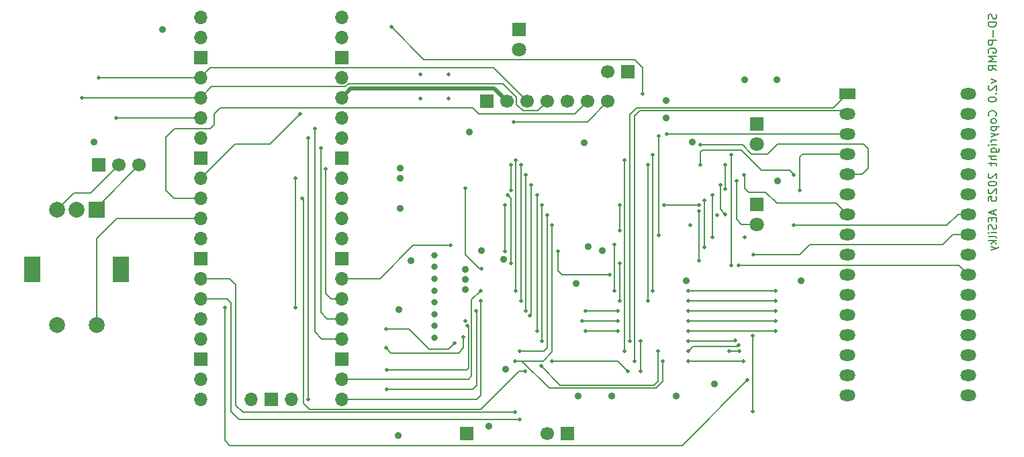
<source format=gbr>
%TF.GenerationSoftware,KiCad,Pcbnew,9.0.6*%
%TF.CreationDate,2025-11-05T23:56:09-08:00*%
%TF.ProjectId,SD-PGMR,53442d50-474d-4522-9e6b-696361645f70,v2.0*%
%TF.SameCoordinates,Original*%
%TF.FileFunction,Copper,L4,Bot*%
%TF.FilePolarity,Positive*%
%FSLAX46Y46*%
G04 Gerber Fmt 4.6, Leading zero omitted, Abs format (unit mm)*
G04 Created by KiCad (PCBNEW 9.0.6) date 2025-11-05 23:56:09*
%MOMM*%
%LPD*%
G01*
G04 APERTURE LIST*
%ADD10C,0.127000*%
%TA.AperFunction,NonConductor*%
%ADD11C,0.127000*%
%TD*%
%TA.AperFunction,ComponentPad*%
%ADD12R,1.800000X1.800000*%
%TD*%
%TA.AperFunction,ComponentPad*%
%ADD13C,1.800000*%
%TD*%
%TA.AperFunction,ComponentPad*%
%ADD14R,2.000000X1.440000*%
%TD*%
%TA.AperFunction,ComponentPad*%
%ADD15O,2.000000X1.440000*%
%TD*%
%TA.AperFunction,ComponentPad*%
%ADD16R,1.700000X1.700000*%
%TD*%
%TA.AperFunction,ComponentPad*%
%ADD17C,1.700000*%
%TD*%
%TA.AperFunction,ComponentPad*%
%ADD18O,1.700000X1.700000*%
%TD*%
%TA.AperFunction,ComponentPad*%
%ADD19R,2.000000X2.000000*%
%TD*%
%TA.AperFunction,ComponentPad*%
%ADD20C,2.000000*%
%TD*%
%TA.AperFunction,ComponentPad*%
%ADD21R,2.000000X3.200000*%
%TD*%
%TA.AperFunction,ComponentPad*%
%ADD22C,0.800000*%
%TD*%
%TA.AperFunction,ViaPad*%
%ADD23C,0.889000*%
%TD*%
%TA.AperFunction,ViaPad*%
%ADD24C,0.508000*%
%TD*%
%TA.AperFunction,Conductor*%
%ADD25C,0.190500*%
%TD*%
%TA.AperFunction,Conductor*%
%ADD26C,0.508000*%
%TD*%
G04 APERTURE END LIST*
D10*
D11*
X201623676Y-79144075D02*
X201672056Y-79289218D01*
X201672056Y-79289218D02*
X201672056Y-79531123D01*
X201672056Y-79531123D02*
X201623676Y-79627885D01*
X201623676Y-79627885D02*
X201575295Y-79676266D01*
X201575295Y-79676266D02*
X201478533Y-79724647D01*
X201478533Y-79724647D02*
X201381771Y-79724647D01*
X201381771Y-79724647D02*
X201285009Y-79676266D01*
X201285009Y-79676266D02*
X201236628Y-79627885D01*
X201236628Y-79627885D02*
X201188247Y-79531123D01*
X201188247Y-79531123D02*
X201139866Y-79337599D01*
X201139866Y-79337599D02*
X201091485Y-79240837D01*
X201091485Y-79240837D02*
X201043104Y-79192456D01*
X201043104Y-79192456D02*
X200946342Y-79144075D01*
X200946342Y-79144075D02*
X200849580Y-79144075D01*
X200849580Y-79144075D02*
X200752818Y-79192456D01*
X200752818Y-79192456D02*
X200704437Y-79240837D01*
X200704437Y-79240837D02*
X200656056Y-79337599D01*
X200656056Y-79337599D02*
X200656056Y-79579504D01*
X200656056Y-79579504D02*
X200704437Y-79724647D01*
X201672056Y-80160075D02*
X200656056Y-80160075D01*
X200656056Y-80160075D02*
X200656056Y-80401980D01*
X200656056Y-80401980D02*
X200704437Y-80547123D01*
X200704437Y-80547123D02*
X200801199Y-80643885D01*
X200801199Y-80643885D02*
X200897961Y-80692266D01*
X200897961Y-80692266D02*
X201091485Y-80740647D01*
X201091485Y-80740647D02*
X201236628Y-80740647D01*
X201236628Y-80740647D02*
X201430152Y-80692266D01*
X201430152Y-80692266D02*
X201526914Y-80643885D01*
X201526914Y-80643885D02*
X201623676Y-80547123D01*
X201623676Y-80547123D02*
X201672056Y-80401980D01*
X201672056Y-80401980D02*
X201672056Y-80160075D01*
X201285009Y-81176075D02*
X201285009Y-81950171D01*
X201672056Y-82433980D02*
X200656056Y-82433980D01*
X200656056Y-82433980D02*
X200656056Y-82821028D01*
X200656056Y-82821028D02*
X200704437Y-82917790D01*
X200704437Y-82917790D02*
X200752818Y-82966171D01*
X200752818Y-82966171D02*
X200849580Y-83014552D01*
X200849580Y-83014552D02*
X200994723Y-83014552D01*
X200994723Y-83014552D02*
X201091485Y-82966171D01*
X201091485Y-82966171D02*
X201139866Y-82917790D01*
X201139866Y-82917790D02*
X201188247Y-82821028D01*
X201188247Y-82821028D02*
X201188247Y-82433980D01*
X200704437Y-83982171D02*
X200656056Y-83885409D01*
X200656056Y-83885409D02*
X200656056Y-83740266D01*
X200656056Y-83740266D02*
X200704437Y-83595123D01*
X200704437Y-83595123D02*
X200801199Y-83498361D01*
X200801199Y-83498361D02*
X200897961Y-83449980D01*
X200897961Y-83449980D02*
X201091485Y-83401599D01*
X201091485Y-83401599D02*
X201236628Y-83401599D01*
X201236628Y-83401599D02*
X201430152Y-83449980D01*
X201430152Y-83449980D02*
X201526914Y-83498361D01*
X201526914Y-83498361D02*
X201623676Y-83595123D01*
X201623676Y-83595123D02*
X201672056Y-83740266D01*
X201672056Y-83740266D02*
X201672056Y-83837028D01*
X201672056Y-83837028D02*
X201623676Y-83982171D01*
X201623676Y-83982171D02*
X201575295Y-84030552D01*
X201575295Y-84030552D02*
X201236628Y-84030552D01*
X201236628Y-84030552D02*
X201236628Y-83837028D01*
X201672056Y-84465980D02*
X200656056Y-84465980D01*
X200656056Y-84465980D02*
X201381771Y-84804647D01*
X201381771Y-84804647D02*
X200656056Y-85143314D01*
X200656056Y-85143314D02*
X201672056Y-85143314D01*
X201672056Y-86207695D02*
X201188247Y-85869028D01*
X201672056Y-85627123D02*
X200656056Y-85627123D01*
X200656056Y-85627123D02*
X200656056Y-86014171D01*
X200656056Y-86014171D02*
X200704437Y-86110933D01*
X200704437Y-86110933D02*
X200752818Y-86159314D01*
X200752818Y-86159314D02*
X200849580Y-86207695D01*
X200849580Y-86207695D02*
X200994723Y-86207695D01*
X200994723Y-86207695D02*
X201091485Y-86159314D01*
X201091485Y-86159314D02*
X201139866Y-86110933D01*
X201139866Y-86110933D02*
X201188247Y-86014171D01*
X201188247Y-86014171D02*
X201188247Y-85627123D01*
X200994723Y-87320456D02*
X201672056Y-87562361D01*
X201672056Y-87562361D02*
X200994723Y-87804266D01*
X200752818Y-88142932D02*
X200704437Y-88191313D01*
X200704437Y-88191313D02*
X200656056Y-88288075D01*
X200656056Y-88288075D02*
X200656056Y-88529980D01*
X200656056Y-88529980D02*
X200704437Y-88626742D01*
X200704437Y-88626742D02*
X200752818Y-88675123D01*
X200752818Y-88675123D02*
X200849580Y-88723504D01*
X200849580Y-88723504D02*
X200946342Y-88723504D01*
X200946342Y-88723504D02*
X201091485Y-88675123D01*
X201091485Y-88675123D02*
X201672056Y-88094551D01*
X201672056Y-88094551D02*
X201672056Y-88723504D01*
X201575295Y-89158932D02*
X201623676Y-89207313D01*
X201623676Y-89207313D02*
X201672056Y-89158932D01*
X201672056Y-89158932D02*
X201623676Y-89110551D01*
X201623676Y-89110551D02*
X201575295Y-89158932D01*
X201575295Y-89158932D02*
X201672056Y-89158932D01*
X200656056Y-89836266D02*
X200656056Y-89933028D01*
X200656056Y-89933028D02*
X200704437Y-90029790D01*
X200704437Y-90029790D02*
X200752818Y-90078171D01*
X200752818Y-90078171D02*
X200849580Y-90126552D01*
X200849580Y-90126552D02*
X201043104Y-90174933D01*
X201043104Y-90174933D02*
X201285009Y-90174933D01*
X201285009Y-90174933D02*
X201478533Y-90126552D01*
X201478533Y-90126552D02*
X201575295Y-90078171D01*
X201575295Y-90078171D02*
X201623676Y-90029790D01*
X201623676Y-90029790D02*
X201672056Y-89933028D01*
X201672056Y-89933028D02*
X201672056Y-89836266D01*
X201672056Y-89836266D02*
X201623676Y-89739504D01*
X201623676Y-89739504D02*
X201575295Y-89691123D01*
X201575295Y-89691123D02*
X201478533Y-89642742D01*
X201478533Y-89642742D02*
X201285009Y-89594361D01*
X201285009Y-89594361D02*
X201043104Y-89594361D01*
X201043104Y-89594361D02*
X200849580Y-89642742D01*
X200849580Y-89642742D02*
X200752818Y-89691123D01*
X200752818Y-89691123D02*
X200704437Y-89739504D01*
X200704437Y-89739504D02*
X200656056Y-89836266D01*
X201575295Y-91965028D02*
X201623676Y-91916647D01*
X201623676Y-91916647D02*
X201672056Y-91771504D01*
X201672056Y-91771504D02*
X201672056Y-91674742D01*
X201672056Y-91674742D02*
X201623676Y-91529599D01*
X201623676Y-91529599D02*
X201526914Y-91432837D01*
X201526914Y-91432837D02*
X201430152Y-91384456D01*
X201430152Y-91384456D02*
X201236628Y-91336075D01*
X201236628Y-91336075D02*
X201091485Y-91336075D01*
X201091485Y-91336075D02*
X200897961Y-91384456D01*
X200897961Y-91384456D02*
X200801199Y-91432837D01*
X200801199Y-91432837D02*
X200704437Y-91529599D01*
X200704437Y-91529599D02*
X200656056Y-91674742D01*
X200656056Y-91674742D02*
X200656056Y-91771504D01*
X200656056Y-91771504D02*
X200704437Y-91916647D01*
X200704437Y-91916647D02*
X200752818Y-91965028D01*
X201672056Y-92545599D02*
X201623676Y-92448837D01*
X201623676Y-92448837D02*
X201575295Y-92400456D01*
X201575295Y-92400456D02*
X201478533Y-92352075D01*
X201478533Y-92352075D02*
X201188247Y-92352075D01*
X201188247Y-92352075D02*
X201091485Y-92400456D01*
X201091485Y-92400456D02*
X201043104Y-92448837D01*
X201043104Y-92448837D02*
X200994723Y-92545599D01*
X200994723Y-92545599D02*
X200994723Y-92690742D01*
X200994723Y-92690742D02*
X201043104Y-92787504D01*
X201043104Y-92787504D02*
X201091485Y-92835885D01*
X201091485Y-92835885D02*
X201188247Y-92884266D01*
X201188247Y-92884266D02*
X201478533Y-92884266D01*
X201478533Y-92884266D02*
X201575295Y-92835885D01*
X201575295Y-92835885D02*
X201623676Y-92787504D01*
X201623676Y-92787504D02*
X201672056Y-92690742D01*
X201672056Y-92690742D02*
X201672056Y-92545599D01*
X200994723Y-93319694D02*
X202010723Y-93319694D01*
X201043104Y-93319694D02*
X200994723Y-93416456D01*
X200994723Y-93416456D02*
X200994723Y-93609980D01*
X200994723Y-93609980D02*
X201043104Y-93706742D01*
X201043104Y-93706742D02*
X201091485Y-93755123D01*
X201091485Y-93755123D02*
X201188247Y-93803504D01*
X201188247Y-93803504D02*
X201478533Y-93803504D01*
X201478533Y-93803504D02*
X201575295Y-93755123D01*
X201575295Y-93755123D02*
X201623676Y-93706742D01*
X201623676Y-93706742D02*
X201672056Y-93609980D01*
X201672056Y-93609980D02*
X201672056Y-93416456D01*
X201672056Y-93416456D02*
X201623676Y-93319694D01*
X200994723Y-94142170D02*
X201672056Y-94384075D01*
X200994723Y-94625980D02*
X201672056Y-94384075D01*
X201672056Y-94384075D02*
X201913961Y-94287313D01*
X201913961Y-94287313D02*
X201962342Y-94238932D01*
X201962342Y-94238932D02*
X202010723Y-94142170D01*
X201672056Y-95013027D02*
X200994723Y-95013027D01*
X201188247Y-95013027D02*
X201091485Y-95061408D01*
X201091485Y-95061408D02*
X201043104Y-95109789D01*
X201043104Y-95109789D02*
X200994723Y-95206551D01*
X200994723Y-95206551D02*
X200994723Y-95303313D01*
X201672056Y-95641979D02*
X200994723Y-95641979D01*
X200656056Y-95641979D02*
X200704437Y-95593598D01*
X200704437Y-95593598D02*
X200752818Y-95641979D01*
X200752818Y-95641979D02*
X200704437Y-95690360D01*
X200704437Y-95690360D02*
X200656056Y-95641979D01*
X200656056Y-95641979D02*
X200752818Y-95641979D01*
X200994723Y-96561218D02*
X201817199Y-96561218D01*
X201817199Y-96561218D02*
X201913961Y-96512837D01*
X201913961Y-96512837D02*
X201962342Y-96464456D01*
X201962342Y-96464456D02*
X202010723Y-96367694D01*
X202010723Y-96367694D02*
X202010723Y-96222551D01*
X202010723Y-96222551D02*
X201962342Y-96125789D01*
X201623676Y-96561218D02*
X201672056Y-96464456D01*
X201672056Y-96464456D02*
X201672056Y-96270932D01*
X201672056Y-96270932D02*
X201623676Y-96174170D01*
X201623676Y-96174170D02*
X201575295Y-96125789D01*
X201575295Y-96125789D02*
X201478533Y-96077408D01*
X201478533Y-96077408D02*
X201188247Y-96077408D01*
X201188247Y-96077408D02*
X201091485Y-96125789D01*
X201091485Y-96125789D02*
X201043104Y-96174170D01*
X201043104Y-96174170D02*
X200994723Y-96270932D01*
X200994723Y-96270932D02*
X200994723Y-96464456D01*
X200994723Y-96464456D02*
X201043104Y-96561218D01*
X201672056Y-97045027D02*
X200656056Y-97045027D01*
X201672056Y-97480456D02*
X201139866Y-97480456D01*
X201139866Y-97480456D02*
X201043104Y-97432075D01*
X201043104Y-97432075D02*
X200994723Y-97335313D01*
X200994723Y-97335313D02*
X200994723Y-97190170D01*
X200994723Y-97190170D02*
X201043104Y-97093408D01*
X201043104Y-97093408D02*
X201091485Y-97045027D01*
X200994723Y-97819122D02*
X200994723Y-98206170D01*
X200656056Y-97964265D02*
X201526914Y-97964265D01*
X201526914Y-97964265D02*
X201623676Y-98012646D01*
X201623676Y-98012646D02*
X201672056Y-98109408D01*
X201672056Y-98109408D02*
X201672056Y-98206170D01*
X200752818Y-99270550D02*
X200704437Y-99318931D01*
X200704437Y-99318931D02*
X200656056Y-99415693D01*
X200656056Y-99415693D02*
X200656056Y-99657598D01*
X200656056Y-99657598D02*
X200704437Y-99754360D01*
X200704437Y-99754360D02*
X200752818Y-99802741D01*
X200752818Y-99802741D02*
X200849580Y-99851122D01*
X200849580Y-99851122D02*
X200946342Y-99851122D01*
X200946342Y-99851122D02*
X201091485Y-99802741D01*
X201091485Y-99802741D02*
X201672056Y-99222169D01*
X201672056Y-99222169D02*
X201672056Y-99851122D01*
X200656056Y-100480074D02*
X200656056Y-100576836D01*
X200656056Y-100576836D02*
X200704437Y-100673598D01*
X200704437Y-100673598D02*
X200752818Y-100721979D01*
X200752818Y-100721979D02*
X200849580Y-100770360D01*
X200849580Y-100770360D02*
X201043104Y-100818741D01*
X201043104Y-100818741D02*
X201285009Y-100818741D01*
X201285009Y-100818741D02*
X201478533Y-100770360D01*
X201478533Y-100770360D02*
X201575295Y-100721979D01*
X201575295Y-100721979D02*
X201623676Y-100673598D01*
X201623676Y-100673598D02*
X201672056Y-100576836D01*
X201672056Y-100576836D02*
X201672056Y-100480074D01*
X201672056Y-100480074D02*
X201623676Y-100383312D01*
X201623676Y-100383312D02*
X201575295Y-100334931D01*
X201575295Y-100334931D02*
X201478533Y-100286550D01*
X201478533Y-100286550D02*
X201285009Y-100238169D01*
X201285009Y-100238169D02*
X201043104Y-100238169D01*
X201043104Y-100238169D02*
X200849580Y-100286550D01*
X200849580Y-100286550D02*
X200752818Y-100334931D01*
X200752818Y-100334931D02*
X200704437Y-100383312D01*
X200704437Y-100383312D02*
X200656056Y-100480074D01*
X200752818Y-101205788D02*
X200704437Y-101254169D01*
X200704437Y-101254169D02*
X200656056Y-101350931D01*
X200656056Y-101350931D02*
X200656056Y-101592836D01*
X200656056Y-101592836D02*
X200704437Y-101689598D01*
X200704437Y-101689598D02*
X200752818Y-101737979D01*
X200752818Y-101737979D02*
X200849580Y-101786360D01*
X200849580Y-101786360D02*
X200946342Y-101786360D01*
X200946342Y-101786360D02*
X201091485Y-101737979D01*
X201091485Y-101737979D02*
X201672056Y-101157407D01*
X201672056Y-101157407D02*
X201672056Y-101786360D01*
X200656056Y-102705598D02*
X200656056Y-102221788D01*
X200656056Y-102221788D02*
X201139866Y-102173407D01*
X201139866Y-102173407D02*
X201091485Y-102221788D01*
X201091485Y-102221788D02*
X201043104Y-102318550D01*
X201043104Y-102318550D02*
X201043104Y-102560455D01*
X201043104Y-102560455D02*
X201091485Y-102657217D01*
X201091485Y-102657217D02*
X201139866Y-102705598D01*
X201139866Y-102705598D02*
X201236628Y-102753979D01*
X201236628Y-102753979D02*
X201478533Y-102753979D01*
X201478533Y-102753979D02*
X201575295Y-102705598D01*
X201575295Y-102705598D02*
X201623676Y-102657217D01*
X201623676Y-102657217D02*
X201672056Y-102560455D01*
X201672056Y-102560455D02*
X201672056Y-102318550D01*
X201672056Y-102318550D02*
X201623676Y-102221788D01*
X201623676Y-102221788D02*
X201575295Y-102173407D01*
X201381771Y-103915121D02*
X201381771Y-104398931D01*
X201672056Y-103818359D02*
X200656056Y-104157026D01*
X200656056Y-104157026D02*
X201672056Y-104495693D01*
X201139866Y-104834359D02*
X201139866Y-105173026D01*
X201672056Y-105318169D02*
X201672056Y-104834359D01*
X201672056Y-104834359D02*
X200656056Y-104834359D01*
X200656056Y-104834359D02*
X200656056Y-105318169D01*
X201623676Y-105705216D02*
X201672056Y-105850359D01*
X201672056Y-105850359D02*
X201672056Y-106092264D01*
X201672056Y-106092264D02*
X201623676Y-106189026D01*
X201623676Y-106189026D02*
X201575295Y-106237407D01*
X201575295Y-106237407D02*
X201478533Y-106285788D01*
X201478533Y-106285788D02*
X201381771Y-106285788D01*
X201381771Y-106285788D02*
X201285009Y-106237407D01*
X201285009Y-106237407D02*
X201236628Y-106189026D01*
X201236628Y-106189026D02*
X201188247Y-106092264D01*
X201188247Y-106092264D02*
X201139866Y-105898740D01*
X201139866Y-105898740D02*
X201091485Y-105801978D01*
X201091485Y-105801978D02*
X201043104Y-105753597D01*
X201043104Y-105753597D02*
X200946342Y-105705216D01*
X200946342Y-105705216D02*
X200849580Y-105705216D01*
X200849580Y-105705216D02*
X200752818Y-105753597D01*
X200752818Y-105753597D02*
X200704437Y-105801978D01*
X200704437Y-105801978D02*
X200656056Y-105898740D01*
X200656056Y-105898740D02*
X200656056Y-106140645D01*
X200656056Y-106140645D02*
X200704437Y-106285788D01*
X201672056Y-106721216D02*
X200994723Y-106721216D01*
X200656056Y-106721216D02*
X200704437Y-106672835D01*
X200704437Y-106672835D02*
X200752818Y-106721216D01*
X200752818Y-106721216D02*
X200704437Y-106769597D01*
X200704437Y-106769597D02*
X200656056Y-106721216D01*
X200656056Y-106721216D02*
X200752818Y-106721216D01*
X201672056Y-107350169D02*
X201623676Y-107253407D01*
X201623676Y-107253407D02*
X201526914Y-107205026D01*
X201526914Y-107205026D02*
X200656056Y-107205026D01*
X201672056Y-107737216D02*
X200656056Y-107737216D01*
X201285009Y-107833978D02*
X201672056Y-108124264D01*
X200994723Y-108124264D02*
X201381771Y-107737216D01*
X200994723Y-108462930D02*
X201672056Y-108704835D01*
X200994723Y-108946740D02*
X201672056Y-108704835D01*
X201672056Y-108704835D02*
X201913961Y-108608073D01*
X201913961Y-108608073D02*
X201962342Y-108559692D01*
X201962342Y-108559692D02*
X202010723Y-108462930D01*
D12*
%TO.P,LED2,1,K*%
%TO.N,Net-(LED2-K)*%
X171500800Y-92959000D03*
D13*
%TO.P,LED2,2,A*%
%TO.N,Net-(LED2-A)*%
X171500800Y-95499000D03*
%TD*%
D14*
%TO.P,U4,1,A18*%
%TO.N,/BA18*%
X182880000Y-89154000D03*
D15*
%TO.P,U4,2,A16*%
%TO.N,/BA16*%
X182880000Y-91694000D03*
%TO.P,U4,3,A15*%
%TO.N,/BA15*%
X182880000Y-94234000D03*
%TO.P,U4,4,A12*%
%TO.N,/BA12*%
X182880000Y-96774000D03*
%TO.P,U4,5,A7*%
%TO.N,/BA7*%
X182880000Y-99314000D03*
%TO.P,U4,6,A6*%
%TO.N,/BA6*%
X182880000Y-101854000D03*
%TO.P,U4,7,A5*%
%TO.N,/BA5*%
X182880000Y-104394000D03*
%TO.P,U4,8,A4*%
%TO.N,/BA4*%
X182880000Y-106934000D03*
%TO.P,U4,9,A3*%
%TO.N,/BA3*%
X182880000Y-109474000D03*
%TO.P,U4,10,A2*%
%TO.N,/BA2*%
X182880000Y-112014000D03*
%TO.P,U4,11,A1*%
%TO.N,/BA1*%
X182880000Y-114554000D03*
%TO.P,U4,12,A0*%
%TO.N,/BA0*%
X182880000Y-117094000D03*
%TO.P,U4,13,D0*%
%TO.N,/BD0*%
X182880000Y-119634000D03*
%TO.P,U4,14,D1*%
%TO.N,/BD1*%
X182880000Y-122174000D03*
%TO.P,U4,15,D2*%
%TO.N,/BD2*%
X182880000Y-124714000D03*
%TO.P,U4,16,GND*%
%TO.N,GND*%
X182880000Y-127254000D03*
%TO.P,U4,17,D3*%
%TO.N,/BD3*%
X198120000Y-127254000D03*
%TO.P,U4,18,D4*%
%TO.N,/BD4*%
X198120000Y-124714000D03*
%TO.P,U4,19,D5*%
%TO.N,/BD5*%
X198120000Y-122174000D03*
%TO.P,U4,20,D6*%
%TO.N,/BD6*%
X198120000Y-119634000D03*
%TO.P,U4,21,D7*%
%TO.N,/BD7*%
X198120000Y-117094000D03*
%TO.P,U4,22,CE*%
%TO.N,/F_SEL-*%
X198120000Y-114554000D03*
%TO.P,U4,23,A10*%
%TO.N,/BA10*%
X198120000Y-112014000D03*
%TO.P,U4,24,OE*%
%TO.N,/FRD-*%
X198120000Y-109474000D03*
%TO.P,U4,25,A11*%
%TO.N,/BA11*%
X198120000Y-106934000D03*
%TO.P,U4,26,A9*%
%TO.N,/BA9*%
X198120000Y-104394000D03*
%TO.P,U4,27,A8*%
%TO.N,/BA8*%
X198120000Y-101854000D03*
%TO.P,U4,28,A13*%
%TO.N,/BA13*%
X198120000Y-99314000D03*
%TO.P,U4,29,A14*%
%TO.N,/BA14*%
X198120000Y-96774000D03*
%TO.P,U4,30,A17*%
%TO.N,/BA17*%
X198120000Y-94234000D03*
%TO.P,U4,31,PGM*%
%TO.N,/FWR-*%
X198120000Y-91694000D03*
%TO.P,U4,32,VCC*%
%TO.N,+5DP*%
X198120000Y-89154000D03*
%TD*%
D16*
%TO.P,J1,1,Pin_1*%
%TO.N,GND*%
X137434000Y-90145000D03*
D17*
%TO.P,J1,2,Pin_2*%
%TO.N,+3.3V*%
X139974000Y-90145000D03*
%TO.P,J1,3,Pin_3*%
%TO.N,/SPICK*%
X142514000Y-90145000D03*
%TO.P,J1,4,Pin_4*%
%TO.N,/SPIMO*%
X145054000Y-90145000D03*
%TO.P,J1,5,Pin_5*%
%TO.N,/DISPRST-*%
X147594000Y-90145000D03*
%TO.P,J1,6,Pin_6*%
%TO.N,/DISP_CD*%
X150134000Y-90145000D03*
%TO.P,J1,7,Pin_7*%
%TO.N,/DISP_CS-*%
X152674000Y-90145000D03*
%TD*%
D12*
%TO.P,LED3,1,K*%
%TO.N,GND*%
X171450000Y-103119000D03*
D13*
%TO.P,LED3,2,A*%
%TO.N,Net-(LED3-A)*%
X171450000Y-105659000D03*
%TD*%
D18*
%TO.P,U1,1,GPIO0*%
%TO.N,/RE_A*%
X101346001Y-79502000D03*
%TO.P,U1,2,GPIO1*%
%TO.N,/RE_B*%
X101346001Y-82042000D03*
D16*
%TO.P,U1,3,GND*%
%TO.N,GND*%
X101346001Y-84582000D03*
D18*
%TO.P,U1,4,GPIO2*%
%TO.N,/SPICK*%
X101346001Y-87122000D03*
%TO.P,U1,5,GPIO3*%
%TO.N,/SPIMO*%
X101346001Y-89662000D03*
%TO.P,U1,6,GPIO4*%
%TO.N,/SPIMI*%
X101346001Y-92202000D03*
%TO.P,U1,7,GPIO5*%
%TO.N,/CARD_CS-*%
X101346001Y-94742000D03*
D16*
%TO.P,U1,8,GND*%
%TO.N,GND*%
X101346001Y-97282000D03*
D18*
%TO.P,U1,9,GPIO6*%
%TO.N,/DISP_CS-*%
X101346001Y-99822000D03*
%TO.P,U1,10,GPIO7*%
%TO.N,/DISP_CD*%
X101346001Y-102362000D03*
%TO.P,U1,11,GPIO8*%
%TO.N,/RE_SW-*%
X101346001Y-104902000D03*
%TO.P,U1,12,GPIO9*%
%TO.N,/FPWR_ON*%
X101346001Y-107442000D03*
D16*
%TO.P,U1,13,GND*%
%TO.N,GND*%
X101346001Y-109982000D03*
D18*
%TO.P,U1,14,GPIO10*%
%TO.N,/PD0*%
X101346001Y-112522000D03*
%TO.P,U1,15,GPIO11*%
%TO.N,/PD1*%
X101346001Y-115062000D03*
%TO.P,U1,16,GPIO12*%
%TO.N,/PD2*%
X101346001Y-117602000D03*
%TO.P,U1,17,GPIO13*%
%TO.N,/PD3*%
X101346001Y-120142000D03*
D16*
%TO.P,U1,18,GND*%
%TO.N,GND*%
X101346001Y-122682000D03*
D18*
%TO.P,U1,19,GPIO14*%
%TO.N,/PD4*%
X101346001Y-125222000D03*
%TO.P,U1,20,GPIO15*%
%TO.N,/PD5*%
X101346001Y-127762000D03*
%TO.P,U1,21,GPIO16*%
%TO.N,/PD6*%
X119126001Y-127762000D03*
%TO.P,U1,22,GPIO17*%
%TO.N,/PD7*%
X119126001Y-125222000D03*
D16*
%TO.P,U1,23,GND*%
%TO.N,GND*%
X119126001Y-122682000D03*
D18*
%TO.P,U1,24,GPIO18*%
%TO.N,/A0*%
X119126001Y-120142000D03*
%TO.P,U1,25,GPIO19*%
%TO.N,/A1*%
X119126001Y-117602000D03*
%TO.P,U1,26,GPIO20*%
%TO.N,/A2*%
X119126001Y-115062000D03*
%TO.P,U1,27,GPIO21*%
%TO.N,/DLATCH*%
X119126001Y-112522000D03*
D16*
%TO.P,U1,28,GND*%
%TO.N,GND*%
X119126001Y-109982000D03*
D18*
%TO.P,U1,29,GPIO22*%
%TO.N,/ATTN-*%
X119126001Y-107442000D03*
%TO.P,U1,30,RUN*%
%TO.N,/RESET-*%
X119126001Y-104902000D03*
%TO.P,U1,31,GPIO26_ADC0*%
%TO.N,/PRD-*%
X119126001Y-102362000D03*
%TO.P,U1,32,GPIO27_ADC1*%
%TO.N,/PWR-*%
X119126001Y-99822000D03*
D16*
%TO.P,U1,33,AGND*%
%TO.N,GND*%
X119126001Y-97282000D03*
D18*
%TO.P,U1,34,GPIO28_ADC2*%
%TO.N,/DPSENS*%
X119126001Y-94742000D03*
%TO.P,U1,35,ADC_VREF*%
%TO.N,unconnected-(U1-ADC_VREF-Pad35)_1*%
X119126001Y-92202000D03*
%TO.P,U1,36,3V3*%
%TO.N,+3.3V*%
X119126001Y-89662000D03*
%TO.P,U1,37,3V3_EN*%
%TO.N,unconnected-(U1-3V3_EN-Pad37)_1*%
X119126001Y-87122000D03*
D16*
%TO.P,U1,38,GND*%
%TO.N,GND*%
X119126001Y-84582000D03*
D18*
%TO.P,U1,39,VSYS*%
%TO.N,+5V*%
X119126001Y-82042000D03*
%TO.P,U1,40,VBUS*%
X119126001Y-79502000D03*
%TO.P,U1,D1,SWCLK*%
%TO.N,unconnected-(U1-SWCLK-PadD1)_1*%
X107700001Y-127802000D03*
D16*
%TO.P,U1,D2,GND*%
%TO.N,unconnected-(U1-GND-PadD2)_1*%
X110240001Y-127802000D03*
D18*
%TO.P,U1,D3,SWDIO*%
%TO.N,unconnected-(U1-SWDIO-PadD3)_1*%
X112780001Y-127802000D03*
%TD*%
D12*
%TO.P,LED1,1,K*%
%TO.N,GND*%
X141478000Y-81026000D03*
D13*
%TO.P,LED1,2,A*%
%TO.N,Net-(LED1-A)*%
X141478000Y-83566000D03*
%TD*%
D16*
%TO.P,J2,1,Pin_1*%
%TO.N,GND*%
X88519000Y-98171000D03*
D17*
%TO.P,J2,2,Pin_2*%
%TO.N,/RE_B*%
X91059000Y-98171000D03*
%TO.P,J2,3,Pin_3*%
%TO.N,/RE_A*%
X93599000Y-98171000D03*
%TD*%
D19*
%TO.P,RE1,A,A*%
%TO.N,/RE_A*%
X88225000Y-103875000D03*
D20*
%TO.P,RE1,B,B*%
%TO.N,/RE_B*%
X83225000Y-103875000D03*
%TO.P,RE1,C,C*%
%TO.N,GND*%
X85725000Y-103875000D03*
D21*
%TO.P,RE1,MP*%
%TO.N,N/C*%
X91325000Y-111375000D03*
X80125000Y-111375000D03*
D20*
%TO.P,RE1,S1,S1*%
%TO.N,GND*%
X83225000Y-118375000D03*
%TO.P,RE1,S2,S2*%
%TO.N,/RE_SW-*%
X88225000Y-118375000D03*
%TD*%
D16*
%TO.P,J4,1,Pin_1*%
%TO.N,GND*%
X147579000Y-132080000D03*
D17*
%TO.P,J4,2,Pin_2*%
%TO.N,Net-(J4-Pin_2)*%
X145039000Y-132080000D03*
%TD*%
D22*
%TO.P,U3,CT,VS*%
%TO.N,+5V*%
X130810000Y-112546000D03*
X130810000Y-114046000D03*
X130810278Y-118518449D03*
X130810278Y-120018449D03*
X130811287Y-109564011D03*
X130811287Y-111064011D03*
X130812295Y-115541408D03*
X130812295Y-117041408D03*
%TD*%
D16*
%TO.P,J3,1,Pin_1*%
%TO.N,GND*%
X155199000Y-86360000D03*
D17*
%TO.P,J3,2,Pin_2*%
%TO.N,+3.3V*%
X152659000Y-86360000D03*
%TD*%
D16*
%TO.P,J5,1,Pin_1*%
%TO.N,/DPSENS*%
X134874000Y-132096000D03*
%TD*%
D23*
%TO.N,GND*%
X126492000Y-103632000D03*
X162560000Y-112776000D03*
X148717000Y-113157000D03*
X161290000Y-127381000D03*
X126492000Y-98552000D03*
X149733000Y-95377000D03*
X126238000Y-132334000D03*
X96520000Y-81026000D03*
X177038000Y-112776000D03*
X136779000Y-108966000D03*
X148971000Y-127381000D03*
X160020000Y-92202000D03*
X137668000Y-131191000D03*
X126492000Y-99822000D03*
X169926000Y-87376000D03*
X126365000Y-116459000D03*
X150241000Y-108458000D03*
X160020000Y-90043000D03*
X127889000Y-110236000D03*
D24*
%TO.N,+3.3V*%
X132588000Y-86741000D03*
X132588000Y-89789000D03*
D23*
X139827000Y-123952000D03*
D24*
X129032000Y-86741000D03*
X129032000Y-89789000D03*
D23*
X87884000Y-95250000D03*
D24*
%TO.N,/SPICK*%
X88519000Y-87122000D03*
%TO.N,/SPIMO*%
X86360000Y-89662000D03*
%TO.N,/DISP_CS-*%
X113919000Y-91694000D03*
X140843000Y-92710000D03*
%TO.N,Net-(LED3-A)*%
X168910000Y-100203000D03*
D23*
%TO.N,+5DP*%
X173990000Y-87376000D03*
X153162000Y-127381000D03*
X135255000Y-93980000D03*
X134747000Y-112661000D03*
X166116000Y-125857000D03*
X139573000Y-110109000D03*
X134747000Y-111391000D03*
X174133000Y-100208000D03*
X134747000Y-113931000D03*
X163322000Y-95250000D03*
X152019000Y-108966000D03*
D24*
%TO.N,/DPSENS*%
X114909600Y-94742000D03*
X114909600Y-127762000D03*
%TO.N,/DLATCH*%
X132842000Y-108331000D03*
%TO.N,/FPWR_ON*%
X157099000Y-89154000D03*
X125374400Y-80721200D03*
%TO.N,/SPIMI*%
X90721000Y-92202000D03*
%TO.N,/PD2*%
X124714000Y-118872000D03*
X144399000Y-103251000D03*
X156845000Y-124206000D03*
X144399000Y-120396000D03*
X145669000Y-122936000D03*
X162814000Y-120396000D03*
X156845000Y-120396000D03*
X168720161Y-120331839D03*
X155194000Y-124206000D03*
X133350000Y-120650000D03*
%TO.N,/BD1*%
X169278300Y-121666000D03*
X168021000Y-121666000D03*
%TO.N,/PD7*%
X162814000Y-114046000D03*
X141097000Y-97536000D03*
X136652000Y-114046000D03*
X158369000Y-114046000D03*
X158369000Y-96901000D03*
X173863000Y-114046000D03*
X141097000Y-114046000D03*
%TO.N,/PD1*%
X162814000Y-121666000D03*
X141605000Y-130302000D03*
X144272000Y-123571000D03*
X141605000Y-121666000D03*
X159004000Y-121666000D03*
X169192600Y-120972774D03*
X145034000Y-104521000D03*
%TO.N,/BD3*%
X170930300Y-119761000D03*
X170942000Y-129286000D03*
%TO.N,/PD4*%
X153924000Y-117856000D03*
X124809250Y-124079000D03*
X134969250Y-118518198D03*
X173863000Y-117856000D03*
X149479000Y-117856000D03*
X142875000Y-117221000D03*
X143002000Y-100711000D03*
X162814000Y-117856000D03*
%TO.N,/PWR-*%
X170307000Y-125349000D03*
X113284000Y-116205000D03*
X113284000Y-99822000D03*
X104394000Y-116205000D03*
%TO.N,/PD6*%
X136652000Y-115316000D03*
X141732000Y-115316000D03*
X157734000Y-115316000D03*
X141732000Y-98171000D03*
X162814000Y-115316000D03*
X157734000Y-98171000D03*
X173863000Y-115316000D03*
%TO.N,/PD0*%
X140970000Y-122936000D03*
X162814000Y-122936000D03*
X159639000Y-122936000D03*
X145669000Y-105791000D03*
X169818050Y-122936000D03*
X140970000Y-129413000D03*
%TO.N,/PD3*%
X134493000Y-119888000D03*
X153924000Y-119126000D03*
X149860000Y-119126000D03*
X143764000Y-119126000D03*
X143764000Y-101981000D03*
X173863000Y-119126000D03*
X162814000Y-119126000D03*
X124714000Y-121285000D03*
%TO.N,/PD5*%
X173863000Y-116586000D03*
X153924000Y-116586000D03*
X142367000Y-116586000D03*
X124841000Y-126492000D03*
X162814000Y-116586000D03*
X142367000Y-99441000D03*
X136112250Y-116586000D03*
X149860000Y-116586000D03*
%TO.N,/PRD-*%
X114173000Y-102362000D03*
X142240000Y-124206000D03*
%TO.N,/A0*%
X115722400Y-93624400D03*
%TO.N,/A2*%
X117144800Y-98653600D03*
%TO.N,/FWR-*%
X168275000Y-110871000D03*
X168275000Y-96901000D03*
X154178000Y-110617000D03*
X154178000Y-115316000D03*
%TO.N,/A1*%
X116484400Y-96062800D03*
%TO.N,/ADH_LD-*%
X136779000Y-111252000D03*
X134747000Y-101092000D03*
%TO.N,/ADL_LD-*%
X159131000Y-94488000D03*
X159131000Y-107061000D03*
%TO.N,/F_SEL-*%
X164846000Y-108585000D03*
X164846000Y-102616000D03*
%TO.N,/BA0*%
X163068000Y-105791000D03*
%TO.N,/BA2*%
X164211000Y-104013000D03*
X164211000Y-110236000D03*
%TO.N,/BA3*%
X165862000Y-101981000D03*
X165862000Y-107315000D03*
X169926000Y-107315000D03*
%TO.N,/BA1*%
X166497000Y-104521000D03*
%TO.N,/BA4*%
X166878000Y-100711000D03*
X167513000Y-104394000D03*
%TO.N,/BA6*%
X164338000Y-98171000D03*
X176149000Y-99441000D03*
%TO.N,/BA5*%
X169900600Y-99466400D03*
%TO.N,/BA7*%
X164338000Y-95631000D03*
%TO.N,/BA8*%
X154178000Y-106426000D03*
X164211000Y-103251000D03*
X154178000Y-103251000D03*
X159766000Y-103251000D03*
%TO.N,/BA9*%
X176149000Y-105791000D03*
%TO.N,/BA10*%
X146431000Y-109093000D03*
X139700000Y-103251000D03*
X152908000Y-112014000D03*
X169164000Y-110871000D03*
X139700000Y-109093000D03*
%TO.N,/BA11*%
X140462000Y-110617000D03*
X140081000Y-101981000D03*
X171069000Y-109474000D03*
%TO.N,/BA14*%
X167513000Y-101219000D03*
X167513000Y-98171000D03*
X140462000Y-101346000D03*
X140462000Y-98196400D03*
%TO.N,/BA15*%
X160147000Y-94234000D03*
%TO.N,/BA12*%
X176911000Y-101346000D03*
%TO.N,/BA18*%
X155448000Y-120396000D03*
%TO.N,/BA16*%
X156083000Y-122936000D03*
%TO.N,/BA17*%
X154813000Y-121666000D03*
X154813000Y-97536000D03*
%TO.N,/FRD-*%
X153543000Y-114046000D03*
X153543000Y-108204000D03*
%TO.N,Net-(J4-Pin_2)*%
X134747000Y-117856000D03*
%TD*%
D25*
%TO.N,/RE_SW-*%
X90805000Y-104902000D02*
X88225000Y-107482000D01*
X101600000Y-104902000D02*
X90805000Y-104902000D01*
X88225000Y-107482000D02*
X88225000Y-118375000D01*
D26*
%TO.N,+3.3V*%
X139974000Y-90145000D02*
X138348000Y-88519000D01*
X138348000Y-88519000D02*
X120269001Y-88519000D01*
X120269001Y-88519000D02*
X119126001Y-89662000D01*
D25*
%TO.N,/SPICK*%
X138271800Y-85902800D02*
X142514000Y-90145000D01*
X101346001Y-87122000D02*
X102565201Y-85902800D01*
X102565201Y-85902800D02*
X138271800Y-85902800D01*
X88519000Y-87122000D02*
X101600000Y-87122000D01*
%TO.N,/SPIMO*%
X143853750Y-91345250D02*
X145054000Y-90145000D01*
X139441160Y-87914750D02*
X141174250Y-89647840D01*
X141174250Y-89647840D02*
X141174250Y-90525600D01*
X132803250Y-87914750D02*
X139441160Y-87914750D01*
X119971609Y-87884000D02*
X132772500Y-87884000D01*
X102749250Y-88258750D02*
X119596859Y-88258750D01*
X141993900Y-91345250D02*
X143853750Y-91345250D01*
X101346000Y-89662000D02*
X102749250Y-88258750D01*
X119596859Y-88258750D02*
X119971609Y-87884000D01*
X86360000Y-89662000D02*
X101600000Y-89662000D01*
X141174250Y-90525600D02*
X141993900Y-91345250D01*
X132772500Y-87884000D02*
X132803250Y-87914750D01*
%TO.N,/DISP_CS-*%
X140843000Y-92710000D02*
X150109000Y-92710000D01*
X105664000Y-95504001D02*
X101346001Y-99822000D01*
X150109000Y-92710000D02*
X152674000Y-90145000D01*
X113919000Y-91694000D02*
X110108999Y-95504001D01*
X110108999Y-95504001D02*
X105664000Y-95504001D01*
%TO.N,/DISP_CD*%
X96977200Y-94716600D02*
X98088550Y-93605250D01*
X98088550Y-93605250D02*
X102533550Y-93605250D01*
X103784400Y-90982800D02*
X135639351Y-90982800D01*
X103073200Y-91694000D02*
X103784400Y-90982800D01*
X101346000Y-102362000D02*
X97967800Y-102362000D01*
X136383802Y-91727251D02*
X148551749Y-91727251D01*
X135639351Y-90982800D02*
X136383802Y-91727251D01*
X96977200Y-101371400D02*
X96977200Y-94716600D01*
X103073200Y-93065600D02*
X103073200Y-91694000D01*
X97967800Y-102362000D02*
X96977200Y-101371400D01*
X148551749Y-91727251D02*
X150134000Y-90145000D01*
X102533550Y-93605250D02*
X103073200Y-93065600D01*
%TO.N,/RE_A*%
X93599000Y-98171000D02*
X88225000Y-103545000D01*
%TO.N,/RE_B*%
X87503000Y-101727000D02*
X85373000Y-101727000D01*
X91059000Y-98171000D02*
X87503000Y-101727000D01*
X85373000Y-101727000D02*
X83225000Y-103875000D01*
%TO.N,Net-(LED3-A)*%
X169540000Y-105659000D02*
X171450000Y-105659000D01*
X168910000Y-105029000D02*
X169540000Y-105659000D01*
X168910000Y-100203000D02*
X168910000Y-105029000D01*
%TO.N,/DPSENS*%
X114909600Y-94742000D02*
X114909600Y-127762000D01*
%TO.N,/DLATCH*%
X119126001Y-112522000D02*
X123952000Y-112522000D01*
X132842000Y-108331000D02*
X128143000Y-108331000D01*
X123952000Y-112522000D02*
X128143000Y-108331000D01*
%TO.N,/FPWR_ON*%
X157099000Y-89154000D02*
X157099000Y-85859500D01*
X157099000Y-85859500D02*
X156075500Y-84836000D01*
X129489200Y-84836000D02*
X125374400Y-80721200D01*
X156075500Y-84836000D02*
X129489200Y-84836000D01*
%TO.N,/SPIMI*%
X90721000Y-92202000D02*
X101600000Y-92202000D01*
%TO.N,/PD2*%
X144399000Y-120396000D02*
X144399000Y-103251000D01*
X132588000Y-121412000D02*
X130175000Y-121412000D01*
X133350000Y-120650000D02*
X132588000Y-121412000D01*
X130175000Y-121412000D02*
X127635000Y-118872000D01*
X168720161Y-120331839D02*
X168656000Y-120396000D01*
X156845000Y-124206000D02*
X156845000Y-120396000D01*
X168656000Y-120396000D02*
X162814000Y-120396000D01*
X127635000Y-118872000D02*
X124714000Y-118872000D01*
X153924000Y-122936000D02*
X155194000Y-124206000D01*
X145669000Y-122936000D02*
X153924000Y-122936000D01*
%TO.N,/BD1*%
X169278300Y-121666000D02*
X168021000Y-121666000D01*
%TO.N,/PD7*%
X141097000Y-114046000D02*
X141097000Y-97536000D01*
X135128000Y-125222000D02*
X135509000Y-124841000D01*
X135509000Y-124841000D02*
X135509000Y-115189000D01*
X119126001Y-125222000D02*
X135128000Y-125222000D01*
X135509000Y-115189000D02*
X136652000Y-114046000D01*
X158369000Y-96901000D02*
X158369000Y-114046000D01*
X173863000Y-114046000D02*
X162814000Y-114046000D01*
%TO.N,/PD1*%
X144653000Y-121666000D02*
X145034000Y-121285000D01*
X163398200Y-121081800D02*
X162814000Y-121666000D01*
X141605000Y-130302000D02*
X106172000Y-130302000D01*
X145034000Y-121285000D02*
X145034000Y-104521000D01*
X105156000Y-115570000D02*
X104648000Y-115062000D01*
X169192600Y-120972774D02*
X169083574Y-121081800D01*
X104648000Y-115062000D02*
X101346000Y-115062000D01*
X146685000Y-125984000D02*
X158496000Y-125984000D01*
X159004000Y-125476000D02*
X159004000Y-121666000D01*
X106172000Y-130302000D02*
X105156000Y-129286000D01*
X169083574Y-121081800D02*
X163398200Y-121081800D01*
X141605000Y-121666000D02*
X144653000Y-121666000D01*
X144272000Y-123571000D02*
X146685000Y-125984000D01*
X158496000Y-125984000D02*
X159004000Y-125476000D01*
X105156000Y-129286000D02*
X105156000Y-115570000D01*
%TO.N,/BD3*%
X170930300Y-126757700D02*
X170930300Y-119761000D01*
X170942000Y-129286000D02*
X170942000Y-126769400D01*
X170942000Y-126769400D02*
X170930300Y-126757700D01*
%TO.N,/PD4*%
X142875000Y-117221000D02*
X143002000Y-117094000D01*
X135128000Y-118676948D02*
X134969250Y-118518198D01*
X124809250Y-124079000D02*
X134874000Y-124079000D01*
X134874000Y-124079000D02*
X135128000Y-123825000D01*
X153924000Y-117856000D02*
X149479000Y-117856000D01*
X143002000Y-117094000D02*
X143002000Y-100711000D01*
X173863000Y-117856000D02*
X162814000Y-117856000D01*
X135128000Y-123825000D02*
X135128000Y-118676948D01*
%TO.N,/PWR-*%
X105029000Y-133604000D02*
X162052000Y-133604000D01*
X105029000Y-133604000D02*
X104394000Y-132969000D01*
X170307000Y-125349000D02*
X162052000Y-133604000D01*
X113284000Y-116205000D02*
X113284000Y-99822000D01*
X104394000Y-132969000D02*
X104394000Y-116205000D01*
%TO.N,/PD6*%
X173863000Y-115316000D02*
X162814000Y-115316000D01*
X141732000Y-115316000D02*
X141732000Y-98171000D01*
X119126001Y-127762000D02*
X136144000Y-127762000D01*
X157734000Y-98171000D02*
X157734000Y-115316000D01*
X136652000Y-127254000D02*
X136652000Y-115316000D01*
X136144000Y-127762000D02*
X136652000Y-127254000D01*
%TO.N,/PD0*%
X105791000Y-113284000D02*
X105791000Y-128524000D01*
X145669000Y-121793000D02*
X144526000Y-122936000D01*
X169818050Y-122936000D02*
X162814000Y-122936000D01*
X140970000Y-122936000D02*
X144526000Y-122936000D01*
X159639000Y-125476000D02*
X158750000Y-126365000D01*
X106680000Y-129413000D02*
X105791000Y-128524000D01*
X145669000Y-105791000D02*
X145669000Y-121793000D01*
X158750000Y-126365000D02*
X145288000Y-126365000D01*
X105029000Y-112522000D02*
X105791000Y-113284000D01*
X106680000Y-129413000D02*
X140970000Y-129413000D01*
X145288000Y-126365000D02*
X141859000Y-122936000D01*
X159639000Y-122936000D02*
X159639000Y-125476000D01*
X101346000Y-112522000D02*
X105029000Y-112522000D01*
X141859000Y-122936000D02*
X140970000Y-122936000D01*
%TO.N,/PD3*%
X134493000Y-121285000D02*
X134493000Y-119888000D01*
X153924000Y-119126000D02*
X149860000Y-119126000D01*
X125349000Y-121920000D02*
X133858000Y-121920000D01*
X143764000Y-119126000D02*
X143764000Y-101981000D01*
X124714000Y-121285000D02*
X125349000Y-121920000D01*
X133858000Y-121920000D02*
X134493000Y-121285000D01*
X173863000Y-119126000D02*
X162814000Y-119126000D01*
%TO.N,/PD5*%
X142367000Y-116586000D02*
X142367000Y-99441000D01*
X173863000Y-116586000D02*
X162814000Y-116586000D01*
X153924000Y-116586000D02*
X149860000Y-116586000D01*
X124841000Y-126492000D02*
X135636000Y-126492000D01*
X136144000Y-125984000D02*
X136144000Y-116617750D01*
X136144000Y-116617750D02*
X136112250Y-116586000D01*
X135636000Y-126492000D02*
X136144000Y-125984000D01*
%TO.N,/PRD-*%
X114298751Y-102487751D02*
X114173000Y-102362000D01*
X141478000Y-124206000D02*
X136652000Y-129032000D01*
X115062000Y-129032000D02*
X114298751Y-128268751D01*
X136652000Y-129032000D02*
X115062000Y-129032000D01*
X142240000Y-124206000D02*
X141478000Y-124206000D01*
X114298751Y-128268751D02*
X114298751Y-102487751D01*
%TO.N,/A0*%
X115722400Y-93624400D02*
X115722400Y-119278400D01*
X116586000Y-120142000D02*
X119126000Y-120142000D01*
X115722400Y-119278400D02*
X116586000Y-120142000D01*
%TO.N,/A2*%
X117144800Y-114401600D02*
X117144800Y-98653600D01*
X117805200Y-115062000D02*
X117144800Y-114401600D01*
X119126001Y-115062000D02*
X117805200Y-115062000D01*
%TO.N,/FWR-*%
X154178000Y-115316000D02*
X154178000Y-110617000D01*
X168275000Y-96901000D02*
X168275000Y-110871000D01*
%TO.N,/A1*%
X116484400Y-96062800D02*
X116484400Y-116789200D01*
X117297200Y-117602000D02*
X119126001Y-117602000D01*
X116484400Y-116789200D02*
X117297200Y-117602000D01*
%TO.N,/ADH_LD-*%
X136525000Y-111252000D02*
X134747000Y-109474000D01*
X134747000Y-109474000D02*
X134747000Y-101092000D01*
X136779000Y-111252000D02*
X136525000Y-111252000D01*
%TO.N,/ADL_LD-*%
X159131000Y-94488000D02*
X159131000Y-107061000D01*
%TO.N,/F_SEL-*%
X164846000Y-102616000D02*
X164846000Y-108585000D01*
%TO.N,/BA2*%
X164211000Y-110236000D02*
X164211000Y-104013000D01*
%TO.N,/BA3*%
X165862000Y-101981000D02*
X165862000Y-107315000D01*
%TO.N,/BA4*%
X166878000Y-103759000D02*
X167513000Y-104394000D01*
X166878000Y-100711000D02*
X166878000Y-103759000D01*
%TO.N,/BA6*%
X176149000Y-99314000D02*
X175641000Y-98806000D01*
X176149000Y-99441000D02*
X176149000Y-99314000D01*
X172085000Y-98806000D02*
X169545000Y-96266000D01*
X169545000Y-96266000D02*
X164592000Y-96266000D01*
X175641000Y-98806000D02*
X172085000Y-98806000D01*
X164338000Y-96520000D02*
X164338000Y-98171000D01*
X164592000Y-96266000D02*
X164338000Y-96520000D01*
%TO.N,/BA5*%
X170434000Y-101600000D02*
X172593000Y-101600000D01*
X169900600Y-99466400D02*
X169926000Y-99491800D01*
X169926000Y-99491800D02*
X169926000Y-101092000D01*
X172593000Y-101600000D02*
X173990000Y-102997000D01*
X169926000Y-101092000D02*
X170434000Y-101600000D01*
X173990000Y-102997000D02*
X181483000Y-102997000D01*
X181483000Y-102997000D02*
X182880000Y-104394000D01*
%TO.N,/BA7*%
X174117000Y-95504000D02*
X184912000Y-95504000D01*
X185547000Y-96139000D02*
X185547000Y-98552000D01*
X184912000Y-95504000D02*
X185547000Y-96139000D01*
X170815000Y-96774000D02*
X172847000Y-96774000D01*
X169672000Y-95631000D02*
X170815000Y-96774000D01*
X172847000Y-96774000D02*
X174117000Y-95504000D01*
X185547000Y-98552000D02*
X184785000Y-99314000D01*
X184785000Y-99314000D02*
X182880000Y-99314000D01*
X164338000Y-95631000D02*
X169672000Y-95631000D01*
%TO.N,/BA8*%
X154178000Y-103251000D02*
X154178000Y-106426000D01*
X164211000Y-103251000D02*
X159766000Y-103251000D01*
%TO.N,/BA9*%
X176149000Y-105791000D02*
X195453000Y-105791000D01*
X196850000Y-104394000D02*
X198120000Y-104394000D01*
X195453000Y-105791000D02*
X196850000Y-104394000D01*
%TO.N,/BA10*%
X146939000Y-112014000D02*
X146431000Y-111506000D01*
X139700000Y-109093000D02*
X139700000Y-103251000D01*
X196977000Y-110871000D02*
X198120000Y-112014000D01*
X146431000Y-111506000D02*
X146431000Y-109093000D01*
X152908000Y-112014000D02*
X146939000Y-112014000D01*
X169164000Y-110871000D02*
X196977000Y-110871000D01*
%TO.N,/BA11*%
X171069000Y-109474000D02*
X176911000Y-109474000D01*
X194945000Y-108204000D02*
X196215000Y-106934000D01*
X196215000Y-106934000D02*
X198120000Y-106934000D01*
X140462000Y-102362000D02*
X140462000Y-110617000D01*
X176911000Y-109474000D02*
X178181000Y-108204000D01*
X178181000Y-108204000D02*
X194945000Y-108204000D01*
X140081000Y-101981000D02*
X140462000Y-102362000D01*
%TO.N,/BA14*%
X167513000Y-101219000D02*
X167513000Y-98171000D01*
X140462000Y-98196400D02*
X140462000Y-101346000D01*
%TO.N,/BA15*%
X160147000Y-94234000D02*
X182879999Y-94234000D01*
%TO.N,/BA12*%
X176911000Y-97155000D02*
X177292000Y-96774000D01*
X177292000Y-96774000D02*
X182880000Y-96774000D01*
X176911000Y-101346000D02*
X176911000Y-97155000D01*
%TO.N,/BA18*%
X181102000Y-90932000D02*
X182880000Y-89154000D01*
X156337000Y-90932000D02*
X181102000Y-90932000D01*
X155448000Y-91821000D02*
X156337000Y-90932000D01*
X155448000Y-120269000D02*
X155448000Y-91821000D01*
%TO.N,/BA16*%
X156718000Y-91313000D02*
X182499000Y-91313000D01*
X156083000Y-91948000D02*
X156718000Y-91313000D01*
X156083000Y-122936000D02*
X156083000Y-91948000D01*
%TO.N,/BA17*%
X154813000Y-97536000D02*
X154813000Y-121666000D01*
%TO.N,/FRD-*%
X153543000Y-114046000D02*
X153543000Y-108204000D01*
%TD*%
M02*

</source>
